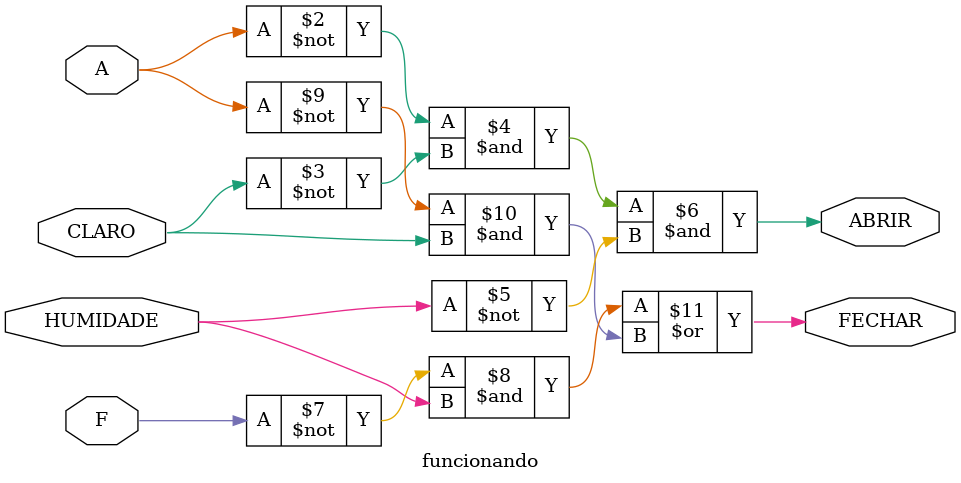
<source format=v>
/*Aluno: Lucas Gomes dos Santos
  Turma 32
*/

module teste;
	reg T_CLARO, T_HUMIDADE, T_A, T_F;
	wire T_FECHAR, T_ABRIR;

	initial begin
		T_CLARO = 0;
		T_HUMIDADE = 0;
		T_A = 0;
		T_F = 0;
	end

	initial begin
		#16 $stop;
	end

	initial begin
		$display("\t \t TEMPO  F  A  CLARO   HUMIDADE  FECHAR ABRIR");
		$monitor("%d   %b   %b   %b   %b   %b   %b", $time, T_CLARO, T_A, T_CLARO, T_HUMIDADE, T_FECHAR, T_ABRIR);
	end

	always begin
		#1 {T_F, T_A, T_CLARO, T_HUMIDADE} = {T_F, T_A, T_CLARO, T_HUMIDADE} + 1;
	end

	funcionando variaveis(.CLARO(T_CLARO), .HUMIDADE(T_HUMIDADE), .A(T_A), .F(T_F), .FECHAR(T_FECHAR), .ABRIR(T_ABRIR));

endmodule


module funcionando(CLARO, HUMIDADE, A, F, FECHAR, ABRIR);

	input CLARO, HUMIDADE, A, F;
	output FECHAR, ABRIR;
	reg FECHAR, ABRIR;

	always@(*) begin 
		ABRIR = ~A&~CLARO&~HUMIDADE;
		FECHAR = ~F&HUMIDADE | ~A&CLARO;
	end
	
endmodule

</source>
